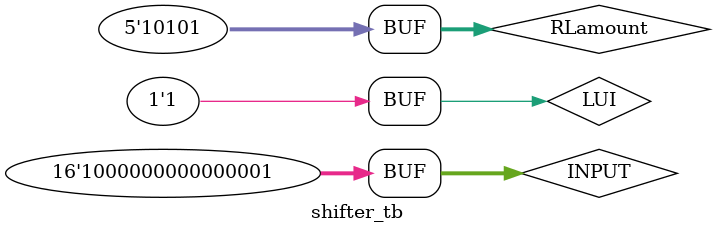
<source format=v>
`timescale 1ns / 100ps
module shifter_tb ();

   wire [15:0] OUT;
   reg [15:0] INPUT;
   reg [4:0] RLamount;
   reg LUI;

    ///////////////////////// modify this part  ////////////////////////////

    shifter shifter1 (	.in(INPUT), 
						.RLamount(RLamount),
						.lui(LUI),
						.out(OUT)
					);

    //////////////////////////////////////////////////////////////////////


    parameter p=10;

   initial
   begin:stimuli
	   INPUT = 16'b1000_0000_0000_0001;
	   LUI = 1'b0;
	   RLamount = 5'b00011;
	#p RLamount = 5'b00011;
	#p RLamount = 5'b00110;
	#p RLamount = 5'b01101;
	#p RLamount = 5'b10010;
	#p RLamount = 5'b10111;
	#p RLamount = 5'b11001;
	#p LUI = 1'b1;
	#p RLamount = 5'b00111;
	#p RLamount = 5'b01001;
 	#p RLamount = 5'b10101;
	end
  
    
    
endmodule

</source>
